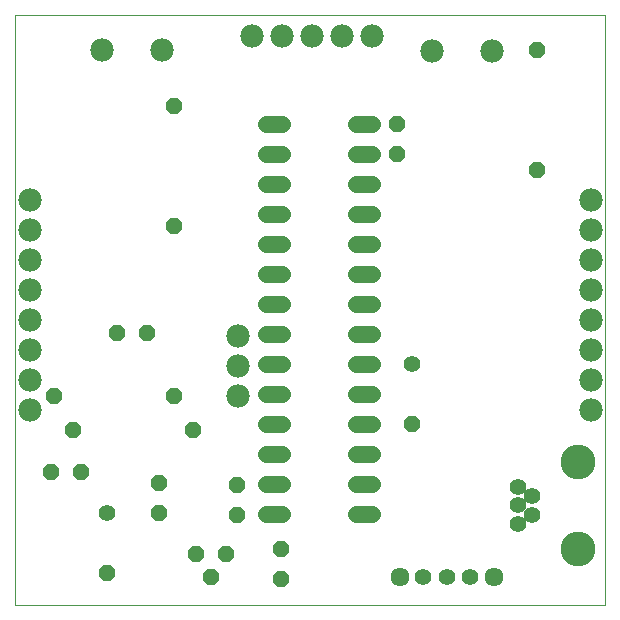
<source format=gbs>
G75*
%MOIN*%
%OFA0B0*%
%FSLAX25Y25*%
%IPPOS*%
%LPD*%
%AMOC8*
5,1,8,0,0,1.08239X$1,22.5*
%
%ADD10C,0.00000*%
%ADD11OC8,0.05600*%
%ADD12C,0.05600*%
%ADD13C,0.05550*%
%ADD14C,0.11620*%
%ADD15C,0.07800*%
%ADD16C,0.05600*%
%ADD17C,0.06337*%
D10*
X0001600Y0008288D02*
X0001600Y0205139D01*
X0198450Y0205139D01*
X0198450Y0008288D01*
X0001600Y0008288D01*
D11*
X0032478Y0019044D03*
X0049596Y0038883D03*
X0049596Y0048883D03*
X0060880Y0066776D03*
X0054631Y0078190D03*
X0045836Y0098942D03*
X0035836Y0098942D03*
X0014631Y0078190D03*
X0020880Y0066776D03*
X0023694Y0052540D03*
X0013694Y0052540D03*
X0062100Y0025288D03*
X0067100Y0017788D03*
X0072100Y0025288D03*
X0075746Y0038434D03*
X0075746Y0048434D03*
X0090360Y0027001D03*
X0090360Y0017001D03*
X0134100Y0068572D03*
X0054624Y0134544D03*
X0054624Y0174544D03*
X0129100Y0168698D03*
X0129100Y0158698D03*
X0175738Y0153379D03*
X0175738Y0193379D03*
D12*
X0134100Y0088572D03*
X0032478Y0039044D03*
D13*
X0137746Y0017548D03*
X0145620Y0017548D03*
X0153494Y0017548D03*
X0169383Y0035251D03*
X0174108Y0038401D03*
X0169383Y0041550D03*
X0174108Y0044700D03*
X0169383Y0047850D03*
D14*
X0189462Y0055920D03*
X0189462Y0027180D03*
D15*
X0193600Y0073288D03*
X0193600Y0083288D03*
X0193600Y0093288D03*
X0193600Y0103288D03*
X0193600Y0113288D03*
X0193600Y0123288D03*
X0193600Y0133288D03*
X0193600Y0143288D03*
X0160565Y0193178D03*
X0140565Y0193178D03*
X0120738Y0198123D03*
X0110738Y0198123D03*
X0100738Y0198123D03*
X0090738Y0198123D03*
X0080738Y0198123D03*
X0050588Y0193284D03*
X0030588Y0193284D03*
X0006600Y0143288D03*
X0006600Y0133288D03*
X0006600Y0123288D03*
X0006600Y0113288D03*
X0006600Y0103288D03*
X0006600Y0093288D03*
X0006600Y0083288D03*
X0006600Y0073288D03*
X0076112Y0077977D03*
X0076112Y0087977D03*
X0076112Y0097977D03*
D16*
X0085366Y0098544D02*
X0090566Y0098544D01*
X0090566Y0088544D02*
X0085366Y0088544D01*
X0085366Y0078544D02*
X0090566Y0078544D01*
X0090566Y0068544D02*
X0085366Y0068544D01*
X0085366Y0058544D02*
X0090566Y0058544D01*
X0090566Y0048544D02*
X0085366Y0048544D01*
X0085366Y0038544D02*
X0090566Y0038544D01*
X0115366Y0038544D02*
X0120566Y0038544D01*
X0120566Y0048544D02*
X0115366Y0048544D01*
X0115366Y0058544D02*
X0120566Y0058544D01*
X0120566Y0068544D02*
X0115366Y0068544D01*
X0115366Y0078544D02*
X0120566Y0078544D01*
X0120566Y0088544D02*
X0115366Y0088544D01*
X0115366Y0098544D02*
X0120566Y0098544D01*
X0120566Y0108544D02*
X0115366Y0108544D01*
X0115366Y0118544D02*
X0120566Y0118544D01*
X0120566Y0128544D02*
X0115366Y0128544D01*
X0115366Y0138544D02*
X0120566Y0138544D01*
X0120566Y0148544D02*
X0115366Y0148544D01*
X0115366Y0158544D02*
X0120566Y0158544D01*
X0120566Y0168544D02*
X0115366Y0168544D01*
X0090566Y0168544D02*
X0085366Y0168544D01*
X0085366Y0158544D02*
X0090566Y0158544D01*
X0090566Y0148544D02*
X0085366Y0148544D01*
X0085366Y0138544D02*
X0090566Y0138544D01*
X0090566Y0128544D02*
X0085366Y0128544D01*
X0085366Y0118544D02*
X0090566Y0118544D01*
X0090566Y0108544D02*
X0085366Y0108544D01*
D17*
X0129872Y0017548D03*
X0161368Y0017548D03*
M02*

</source>
